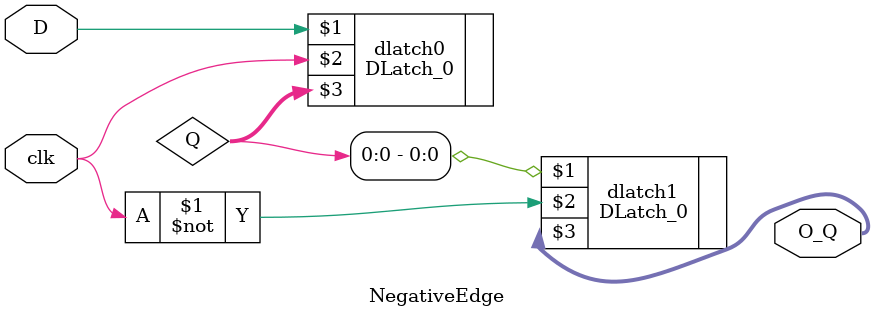
<source format=v>
module NegativeEdge (
input D,
input clk,
output [1:0] O_Q
);
	
	wire [1:0] Q;
	
	DLatch_0 dlatch0 (D, clk, Q);
	DLatch_0 dlatch1 (Q[0], ~clk, O_Q);

endmodule

</source>
